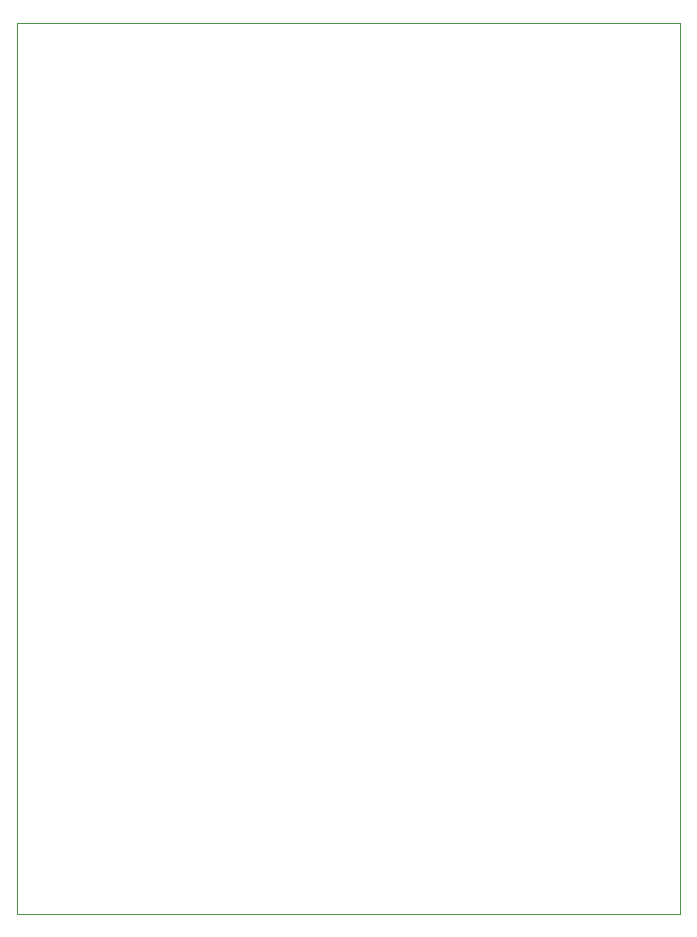
<source format=gbr>
%TF.GenerationSoftware,KiCad,Pcbnew,8.0.5*%
%TF.CreationDate,2025-03-30T22:56:12-04:00*%
%TF.ProjectId,TR3V4,54523356-342e-46b6-9963-61645f706362,rev?*%
%TF.SameCoordinates,Original*%
%TF.FileFunction,Profile,NP*%
%FSLAX46Y46*%
G04 Gerber Fmt 4.6, Leading zero omitted, Abs format (unit mm)*
G04 Created by KiCad (PCBNEW 8.0.5) date 2025-03-30 22:56:12*
%MOMM*%
%LPD*%
G01*
G04 APERTURE LIST*
%TA.AperFunction,Profile*%
%ADD10C,0.100000*%
%TD*%
G04 APERTURE END LIST*
D10*
X139246000Y-48514000D02*
X195398000Y-48514000D01*
X195398000Y-123981200D01*
X139246000Y-123981200D01*
X139246000Y-48514000D01*
M02*

</source>
